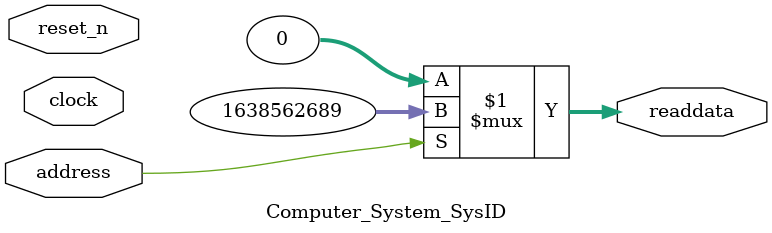
<source format=v>



// synthesis translate_off
`timescale 1ns / 1ps
// synthesis translate_on

// turn off superfluous verilog processor warnings 
// altera message_level Level1 
// altera message_off 10034 10035 10036 10037 10230 10240 10030 

module Computer_System_SysID (
               // inputs:
                address,
                clock,
                reset_n,

               // outputs:
                readdata
             )
;

  output  [ 31: 0] readdata;
  input            address;
  input            clock;
  input            reset_n;

  wire    [ 31: 0] readdata;
  //control_slave, which is an e_avalon_slave
  assign readdata = address ? 1638562689 : 0;

endmodule



</source>
